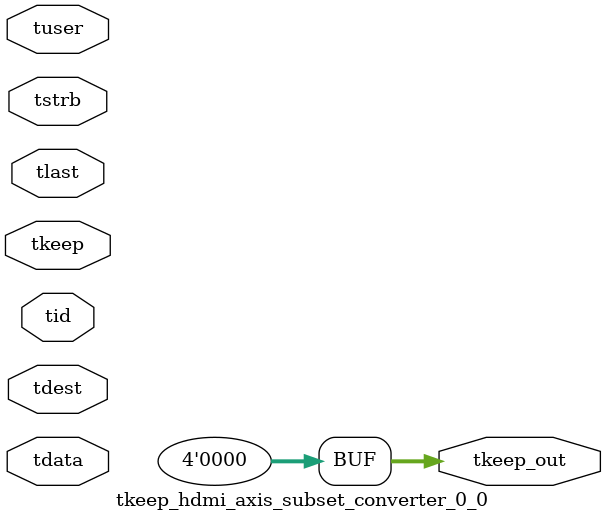
<source format=v>


`timescale 1ps/1ps

module tkeep_hdmi_axis_subset_converter_0_0 #
(
parameter C_S_AXIS_TDATA_WIDTH = 32,
parameter C_S_AXIS_TUSER_WIDTH = 0,
parameter C_S_AXIS_TID_WIDTH   = 0,
parameter C_S_AXIS_TDEST_WIDTH = 0,
parameter C_M_AXIS_TDATA_WIDTH = 32
)
(
input  [(C_S_AXIS_TDATA_WIDTH == 0 ? 1 : C_S_AXIS_TDATA_WIDTH)-1:0     ] tdata,
input  [(C_S_AXIS_TUSER_WIDTH == 0 ? 1 : C_S_AXIS_TUSER_WIDTH)-1:0     ] tuser,
input  [(C_S_AXIS_TID_WIDTH   == 0 ? 1 : C_S_AXIS_TID_WIDTH)-1:0       ] tid,
input  [(C_S_AXIS_TDEST_WIDTH == 0 ? 1 : C_S_AXIS_TDEST_WIDTH)-1:0     ] tdest,
input  [(C_S_AXIS_TDATA_WIDTH/8)-1:0 ] tkeep,
input  [(C_S_AXIS_TDATA_WIDTH/8)-1:0 ] tstrb,
input                                                                    tlast,
output [(C_M_AXIS_TDATA_WIDTH/8)-1:0 ] tkeep_out
);

assign tkeep_out = {1'b0};

endmodule


</source>
